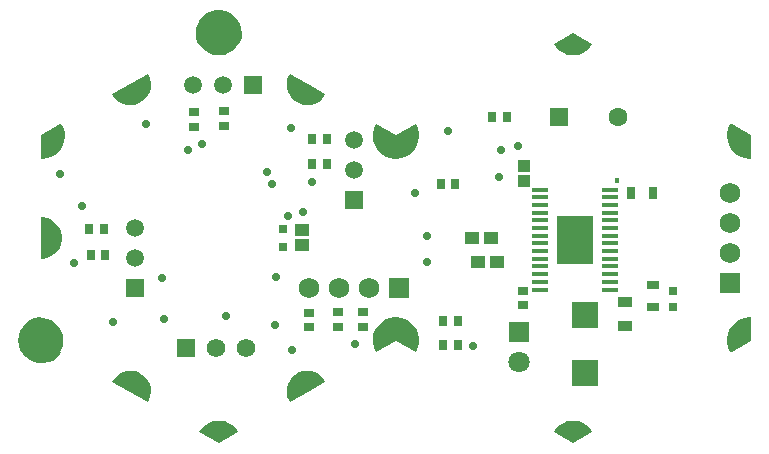
<source format=gbr>
G04*
G04 #@! TF.GenerationSoftware,Altium Limited,Altium Designer,25.8.1 (18)*
G04*
G04 Layer_Color=8388736*
%FSLAX25Y25*%
%MOIN*%
G70*
G04*
G04 #@! TF.SameCoordinates,CA0B9550-AE98-4C71-85A6-844D78770B91*
G04*
G04*
G04 #@! TF.FilePolarity,Negative*
G04*
G01*
G75*
%ADD16R,0.05550X0.01400*%
%ADD17R,0.03197X0.02985*%
%ADD19R,0.02985X0.03197*%
%ADD21R,0.03150X0.03150*%
%ADD22R,0.04355X0.02977*%
%ADD23R,0.02977X0.04355*%
%ADD24R,0.02756X0.02756*%
%ADD25R,0.08898X0.08504*%
%ADD26R,0.04749X0.03765*%
%ADD27R,0.03543X0.02953*%
%ADD28R,0.04748X0.04166*%
%ADD32R,0.12200X0.15900*%
%ADD33R,0.04343X0.03950*%
%ADD34R,0.01600X0.01600*%
%ADD35R,0.04540X0.03950*%
G04:AMPARAMS|DCode=36|XSize=47.37mil|YSize=47.37mil|CornerRadius=23.68mil|HoleSize=0mil|Usage=FLASHONLY|Rotation=150.000|XOffset=0mil|YOffset=0mil|HoleType=Round|Shape=RoundedRectangle|*
%AMROUNDEDRECTD36*
21,1,0.04737,0.00000,0,0,150.0*
21,1,0.00000,0.04737,0,0,150.0*
1,1,0.04737,0.00000,0.00000*
1,1,0.04737,0.00000,0.00000*
1,1,0.04737,0.00000,0.00000*
1,1,0.04737,0.00000,0.00000*
%
%ADD36ROUNDEDRECTD36*%
G04:AMPARAMS|DCode=37|XSize=47.37mil|YSize=47.37mil|CornerRadius=23.68mil|HoleSize=0mil|Usage=FLASHONLY|Rotation=90.000|XOffset=0mil|YOffset=0mil|HoleType=Round|Shape=RoundedRectangle|*
%AMROUNDEDRECTD37*
21,1,0.04737,0.00000,0,0,90.0*
21,1,0.00000,0.04737,0,0,90.0*
1,1,0.04737,0.00000,0.00000*
1,1,0.04737,0.00000,0.00000*
1,1,0.04737,0.00000,0.00000*
1,1,0.04737,0.00000,0.00000*
%
%ADD37ROUNDEDRECTD37*%
G04:AMPARAMS|DCode=38|XSize=47.37mil|YSize=47.37mil|CornerRadius=23.68mil|HoleSize=0mil|Usage=FLASHONLY|Rotation=210.000|XOffset=0mil|YOffset=0mil|HoleType=Round|Shape=RoundedRectangle|*
%AMROUNDEDRECTD38*
21,1,0.04737,0.00000,0,0,210.0*
21,1,0.00000,0.04737,0,0,210.0*
1,1,0.04737,0.00000,0.00000*
1,1,0.04737,0.00000,0.00000*
1,1,0.04737,0.00000,0.00000*
1,1,0.04737,0.00000,0.00000*
%
%ADD38ROUNDEDRECTD38*%
%ADD39C,0.06902*%
%ADD40R,0.06902X0.06902*%
%ADD41R,0.05984X0.05984*%
%ADD42C,0.05984*%
%ADD43R,0.06902X0.06902*%
%ADD44C,0.06312*%
%ADD45R,0.06312X0.06312*%
%ADD46C,0.07099*%
%ADD47R,0.07099X0.07099*%
%ADD48R,0.05984X0.05984*%
%ADD49C,0.06181*%
%ADD50R,0.06181X0.06181*%
%ADD51C,0.02769*%
G36*
X-57637Y75569D02*
X-56173Y74927D01*
X-54873Y73997D01*
X-53792Y72820D01*
X-52975Y71447D01*
X-52458Y69934D01*
X-52262Y68348D01*
X-52397Y66756D01*
X-52855Y65225D01*
X-53237Y64523D01*
Y64523D01*
X-60000Y68416D01*
X-53579Y64719D01*
X-53891Y64143D01*
X-54711Y63120D01*
X-55700Y62259D01*
X-56826Y61589D01*
X-58054Y61129D01*
X-59345Y60896D01*
X-60655D01*
X-61946Y61129D01*
X-63174Y61589D01*
X-64300Y62259D01*
X-65289Y63120D01*
X-66109Y64143D01*
X-66422Y64719D01*
X-66763Y64523D01*
X-67145Y65225D01*
X-67603Y66756D01*
X-67738Y68348D01*
X-67542Y69934D01*
X-67025Y71447D01*
X-66208Y72820D01*
X-65127Y73997D01*
X-63827Y74927D01*
X-62363Y75569D01*
X-60799Y75897D01*
X-59201D01*
X-57637Y75569D01*
D02*
G37*
G36*
X64531Y64719D02*
X64219Y64143D01*
X63399Y63120D01*
X62410Y62259D01*
X61284Y61589D01*
X60056Y61129D01*
X58766Y60896D01*
X57455D01*
X56164Y61129D01*
X54936Y61589D01*
X53810Y62259D01*
X52821Y63120D01*
X52001Y64143D01*
X51688Y64719D01*
X51688Y64719D01*
X58110Y68416D01*
X64531Y64719D01*
D02*
G37*
G36*
X-36334Y54748D02*
X-36329Y54756D01*
X-30383Y51318D01*
X-24435Y47888D01*
X-24439Y47881D01*
X-24418Y47868D01*
X-24747Y47261D01*
X-25631Y46201D01*
X-26709Y45338D01*
X-27936Y44706D01*
X-29265Y44331D01*
X-30641Y44227D01*
X-32011Y44398D01*
X-33320Y44838D01*
X-33923Y45187D01*
X-34529Y45536D01*
X-35564Y46449D01*
X-36398Y47550D01*
X-36996Y48794D01*
X-37335Y50133D01*
X-37401Y51512D01*
X-37193Y52876D01*
X-36717Y54172D01*
X-36355Y54760D01*
X-36334Y54748D01*
D02*
G37*
G36*
X-83308Y54168D02*
X-82831Y52873D01*
X-82620Y51508D01*
X-82685Y50129D01*
X-83022Y48791D01*
X-83619Y47545D01*
X-84451Y46444D01*
X-85485Y45529D01*
X-86680Y44838D01*
X-87989Y44398D01*
X-89359Y44227D01*
X-90735Y44331D01*
X-92064Y44706D01*
X-93291Y45338D01*
X-94369Y46201D01*
X-95253Y47261D01*
X-95582Y47868D01*
X-95582D01*
X-83671Y54756D01*
X-83308Y54168D01*
D02*
G37*
G36*
X-112496Y38118D02*
D01*
X-112496D01*
X-112496D01*
D02*
G37*
G36*
X-112136Y37530D02*
X-111636Y36243D01*
X-111374Y34888D01*
X-111356Y33508D01*
X-111584Y32147D01*
X-112050Y30848D01*
X-112741Y29653D01*
X-113632Y28600D01*
X-114697Y27722D01*
X-115901Y27047D01*
X-117206Y26597D01*
X-118569Y26387D01*
X-119259Y26405D01*
X-119259Y26799D01*
X-119260Y26799D01*
Y26799D01*
X-119251Y34209D01*
X-112838Y37921D01*
X-112838Y37920D01*
X-112496Y38118D01*
X-112136Y37530D01*
D02*
G37*
G36*
X110949Y37901D02*
X110961Y37921D01*
X110961D01*
X117374Y34209D01*
X117383Y26799D01*
X117362Y26798D01*
Y26420D01*
X116674Y26401D01*
X115312Y26610D01*
X114009Y27057D01*
X112807Y27729D01*
X111743Y28604D01*
X110852Y29655D01*
X110162Y30847D01*
X109695Y32142D01*
X109466Y33501D01*
X109482Y34878D01*
X109743Y36230D01*
X110240Y37515D01*
X110599Y38103D01*
Y38103D01*
X110949Y37901D01*
D02*
G37*
G36*
X-945Y34321D02*
X5621Y38103D01*
X5980Y37515D01*
X6477Y36230D01*
X6738Y34878D01*
X6754Y33501D01*
X6525Y32142D01*
X6058Y30847D01*
X5368Y29655D01*
X4477Y28604D01*
X3413Y27729D01*
X2211Y27057D01*
X908Y26610D01*
X-454Y26401D01*
X-945Y26414D01*
X-1436Y26401D01*
X-2798Y26610D01*
X-4101Y27057D01*
X-5303Y27729D01*
X-6367Y28604D01*
X-7258Y29655D01*
X-7948Y30847D01*
X-8415Y32142D01*
X-8644Y33501D01*
X-8628Y34878D01*
X-8367Y36230D01*
X-7870Y37515D01*
X-7511Y38103D01*
Y38103D01*
X-945Y34321D01*
D02*
G37*
G36*
X-117199Y6671D02*
X-115911Y6170D01*
X-114749Y5423D01*
X-113758Y4459D01*
X-112978Y3319D01*
X-112440Y2046D01*
X-112165Y691D01*
Y-691D01*
X-112440Y-2046D01*
X-112978Y-3319D01*
X-113758Y-4459D01*
X-114749Y-5423D01*
X-115911Y-6170D01*
X-117199Y-6671D01*
X-117211Y-6673D01*
X-117215Y-6675D01*
X-118575Y-6911D01*
X-119265Y-6892D01*
X-119265D01*
X-119274Y6867D01*
X-119252Y6868D01*
Y6887D01*
X-118561Y6907D01*
X-117199Y6671D01*
D02*
G37*
G36*
X908Y-26610D02*
X2211Y-27057D01*
X3413Y-27729D01*
X4477Y-28604D01*
X5368Y-29655D01*
X6058Y-30847D01*
X6525Y-32142D01*
X6754Y-33501D01*
X6738Y-34878D01*
X6477Y-36230D01*
X5980Y-37515D01*
X5621Y-38103D01*
X-945Y-34321D01*
X-7511Y-38103D01*
X-7870Y-37515D01*
X-8367Y-36230D01*
X-8628Y-34878D01*
X-8644Y-33501D01*
X-8415Y-32142D01*
X-7948Y-30847D01*
X-7258Y-29655D01*
X-6367Y-28604D01*
X-5303Y-27729D01*
X-4101Y-27057D01*
X-2798Y-26610D01*
X-1436Y-26401D01*
X-945Y-26414D01*
X-454Y-26401D01*
X908Y-26610D01*
D02*
G37*
G36*
X117362Y-26420D02*
Y-26798D01*
X117383Y-26799D01*
X117383Y-26799D01*
X117374Y-34209D01*
X110961Y-37921D01*
X110949Y-37901D01*
X110599Y-38103D01*
X110240Y-37515D01*
X109743Y-36230D01*
X109482Y-34878D01*
X109466Y-33501D01*
X109695Y-32142D01*
X110162Y-30847D01*
X110852Y-29655D01*
X111743Y-28604D01*
X112807Y-27729D01*
X114009Y-27057D01*
X115312Y-26610D01*
X116674Y-26401D01*
X117362Y-26420D01*
D02*
G37*
G36*
X5621Y-38103D02*
X5621D01*
D01*
X5621D01*
D02*
G37*
G36*
X-119259Y-26799D02*
X-118605Y-26781D01*
X-117309Y-26980D01*
X-116069Y-27406D01*
X-114925Y-28046D01*
X-113913Y-28880D01*
X-113065Y-29881D01*
X-112410Y-31016D01*
X-111967Y-32250D01*
X-111751Y-33543D01*
X-111769Y-34854D01*
X-112019Y-36141D01*
X-112495Y-37363D01*
X-112838Y-37920D01*
X-112496Y-38118D01*
X-112913Y-38800D01*
X-114010Y-39962D01*
X-115322Y-40875D01*
X-116793Y-41499D01*
X-118361Y-41807D01*
X-119959Y-41787D01*
X-121519Y-41438D01*
X-122974Y-40777D01*
X-124262Y-39831D01*
X-125329Y-38641D01*
X-126128Y-37257D01*
X-126626Y-35738D01*
X-126801Y-34149D01*
X-126646Y-32559D01*
X-126168Y-31034D01*
X-125387Y-29640D01*
X-124336Y-28436D01*
X-123060Y-27473D01*
X-121613Y-26793D01*
X-120058Y-26425D01*
X-119259Y-26405D01*
X-119259Y-26405D01*
X-119259Y-26799D01*
D02*
G37*
G36*
X-29265Y-44331D02*
X-27936Y-44706D01*
X-26709Y-45338D01*
X-25631Y-46201D01*
X-24747Y-47261D01*
X-24418Y-47868D01*
D01*
Y-47868D01*
X-30374Y-51312D01*
X-36329Y-54756D01*
X-36692Y-54168D01*
X-37169Y-52873D01*
X-37380Y-51508D01*
X-37315Y-50129D01*
X-36978Y-48791D01*
X-36381Y-47545D01*
X-35549Y-46444D01*
X-34515Y-45529D01*
X-33320Y-44838D01*
X-32011Y-44398D01*
X-30641Y-44227D01*
X-29265Y-44331D01*
D02*
G37*
G36*
X-87989Y-44398D02*
X-86680Y-44838D01*
X-86077Y-45187D01*
X-85471Y-45536D01*
X-84436Y-46449D01*
X-83602Y-47550D01*
X-83004Y-48794D01*
X-82665Y-50133D01*
X-82599Y-51512D01*
X-82807Y-52876D01*
X-83283Y-54172D01*
X-83645Y-54760D01*
D01*
X-83645Y-54760D01*
X-83645Y-54760D01*
X-83666Y-54748D01*
X-83671Y-54756D01*
D01*
X-83671Y-54756D01*
X-83671Y-54756D01*
X-89617Y-51318D01*
X-95565Y-47888D01*
X-95561Y-47881D01*
X-95582Y-47868D01*
X-95253Y-47261D01*
X-94369Y-46201D01*
X-93291Y-45338D01*
X-92064Y-44706D01*
X-90735Y-44331D01*
X-89359Y-44227D01*
X-87989Y-44398D01*
D02*
G37*
G36*
X60056Y-61129D02*
X61284Y-61589D01*
X62410Y-62259D01*
X63399Y-63120D01*
X64219Y-64143D01*
X64531Y-64719D01*
X58110Y-68416D01*
X51688Y-64719D01*
X52001Y-64143D01*
X52821Y-63120D01*
X53810Y-62259D01*
X54936Y-61589D01*
X56164Y-61129D01*
X57455Y-60896D01*
X58766D01*
X60056Y-61129D01*
D02*
G37*
G36*
X-58054D02*
X-56826Y-61589D01*
X-55700Y-62259D01*
X-54711Y-63120D01*
X-53891Y-64143D01*
X-53579Y-64719D01*
X-60000Y-68416D01*
X-66422Y-64719D01*
X-66109Y-64143D01*
X-65289Y-63120D01*
X-64300Y-62259D01*
X-63174Y-61589D01*
X-61946Y-61129D01*
X-60655Y-60896D01*
X-59345D01*
X-58054Y-61129D01*
D02*
G37*
D16*
X70374Y-1844D02*
D03*
Y-4403D02*
D03*
Y3274D02*
D03*
Y715D02*
D03*
Y8392D02*
D03*
Y5833D02*
D03*
Y-6962D02*
D03*
Y-9521D02*
D03*
X47124Y3274D02*
D03*
Y715D02*
D03*
Y16069D02*
D03*
X70374Y-14639D02*
D03*
X47124Y-6962D02*
D03*
Y-12080D02*
D03*
Y10951D02*
D03*
X70374Y-17198D02*
D03*
X47124Y13510D02*
D03*
Y8392D02*
D03*
Y5833D02*
D03*
Y-1844D02*
D03*
Y-4403D02*
D03*
Y-9521D02*
D03*
Y-14639D02*
D03*
Y-17198D02*
D03*
X70374Y13510D02*
D03*
Y-12080D02*
D03*
Y10951D02*
D03*
Y16069D02*
D03*
D17*
X-58388Y42214D02*
D03*
Y37277D02*
D03*
X-11824Y-29689D02*
D03*
X-20175Y-29599D02*
D03*
X-29941Y-29801D02*
D03*
Y-24864D02*
D03*
X-20175Y-24661D02*
D03*
X-11824Y-24752D02*
D03*
X-68306Y37105D02*
D03*
Y42042D02*
D03*
D19*
X-28854Y24642D02*
D03*
X13942Y17883D02*
D03*
X-103092Y2822D02*
D03*
X35937Y40223D02*
D03*
X31000D02*
D03*
X19737Y-27559D02*
D03*
X14800D02*
D03*
X19737Y-35764D02*
D03*
X14800D02*
D03*
X-98155Y2822D02*
D03*
X-102691Y-5658D02*
D03*
X-97754D02*
D03*
X-28960Y32950D02*
D03*
X-24023D02*
D03*
X-23917Y24642D02*
D03*
X18879Y17883D02*
D03*
D21*
X-38543Y-3097D02*
D03*
Y2809D02*
D03*
D22*
X84631Y-15772D02*
D03*
Y-23055D02*
D03*
D23*
X84746Y14900D02*
D03*
X77463D02*
D03*
D24*
X91260Y-17537D02*
D03*
Y-23048D02*
D03*
D25*
X62148Y-45040D02*
D03*
Y-25749D02*
D03*
D26*
X75480Y-21248D02*
D03*
Y-29319D02*
D03*
D27*
X41352Y-22449D02*
D03*
Y-17724D02*
D03*
D28*
X24397Y-65D02*
D03*
X30704D02*
D03*
X32739Y-8134D02*
D03*
X26432D02*
D03*
D32*
X58749Y-565D02*
D03*
D33*
X41847Y23933D02*
D03*
Y19012D02*
D03*
D34*
X72863Y19309D02*
D03*
Y19109D02*
D03*
D35*
X-32329Y2578D02*
D03*
Y-2343D02*
D03*
D36*
X-116326Y32520D02*
D03*
X114449Y-32520D02*
D03*
X-116339Y0D02*
D03*
D37*
X-60000Y65039D02*
D03*
X58110Y-65039D02*
D03*
X-661Y30520D02*
D03*
X58110Y65039D02*
D03*
X-661Y-30520D02*
D03*
X-60000Y-65039D02*
D03*
X-31850Y-48780D02*
D03*
X-88150Y48780D02*
D03*
D38*
X-116326Y-32520D02*
D03*
X114449Y32520D02*
D03*
X-88150Y-48780D02*
D03*
X-31850Y48780D02*
D03*
D39*
X110273Y-4970D02*
D03*
Y5030D02*
D03*
X110273Y15030D02*
D03*
X-30038Y-16647D02*
D03*
X-10038D02*
D03*
X-20038D02*
D03*
D40*
X110273Y-14970D02*
D03*
D41*
X-88073Y-16726D02*
D03*
X-14976Y12556D02*
D03*
D42*
X-88073Y-6726D02*
D03*
Y3274D02*
D03*
X-58492Y50888D02*
D03*
X-68492D02*
D03*
X-14976Y32556D02*
D03*
Y22556D02*
D03*
D43*
X-38Y-16647D02*
D03*
D44*
X73118Y40397D02*
D03*
D45*
X53433D02*
D03*
D46*
X40225Y-41240D02*
D03*
D47*
Y-31240D02*
D03*
D48*
X-48492Y50888D02*
D03*
D49*
X-50858Y-36615D02*
D03*
X-60858D02*
D03*
D50*
X-70858D02*
D03*
D51*
X54463Y-6605D02*
D03*
X58262Y-6360D02*
D03*
X61734Y-6442D02*
D03*
X62020Y-2970D02*
D03*
X58303Y-3256D02*
D03*
X54544Y-3133D02*
D03*
X54819Y691D02*
D03*
X58393Y632D02*
D03*
X61848Y751D02*
D03*
X61789Y4683D02*
D03*
X58512Y4802D02*
D03*
X54640D02*
D03*
X-70211Y29297D02*
D03*
X-65695Y31237D02*
D03*
X-43996Y21931D02*
D03*
X-42263Y18076D02*
D03*
X-84108Y37908D02*
D03*
X39764Y30654D02*
D03*
X5477Y15038D02*
D03*
X-28984Y18686D02*
D03*
X-14585Y-35505D02*
D03*
X-31820Y8519D02*
D03*
X-105501Y10576D02*
D03*
X-35816Y36776D02*
D03*
X-37065Y7324D02*
D03*
X-40951Y-13028D02*
D03*
X-108186Y-8498D02*
D03*
X-112882Y21246D02*
D03*
X-41225Y-29048D02*
D03*
X24731Y-35939D02*
D03*
X-57582Y-26175D02*
D03*
X33457Y20143D02*
D03*
X9281Y630D02*
D03*
Y-7872D02*
D03*
X-95380Y-28024D02*
D03*
X-78106Y-27167D02*
D03*
X-78742Y-13250D02*
D03*
X-35690Y-37254D02*
D03*
X16291Y35607D02*
D03*
X33999Y29402D02*
D03*
M02*

</source>
